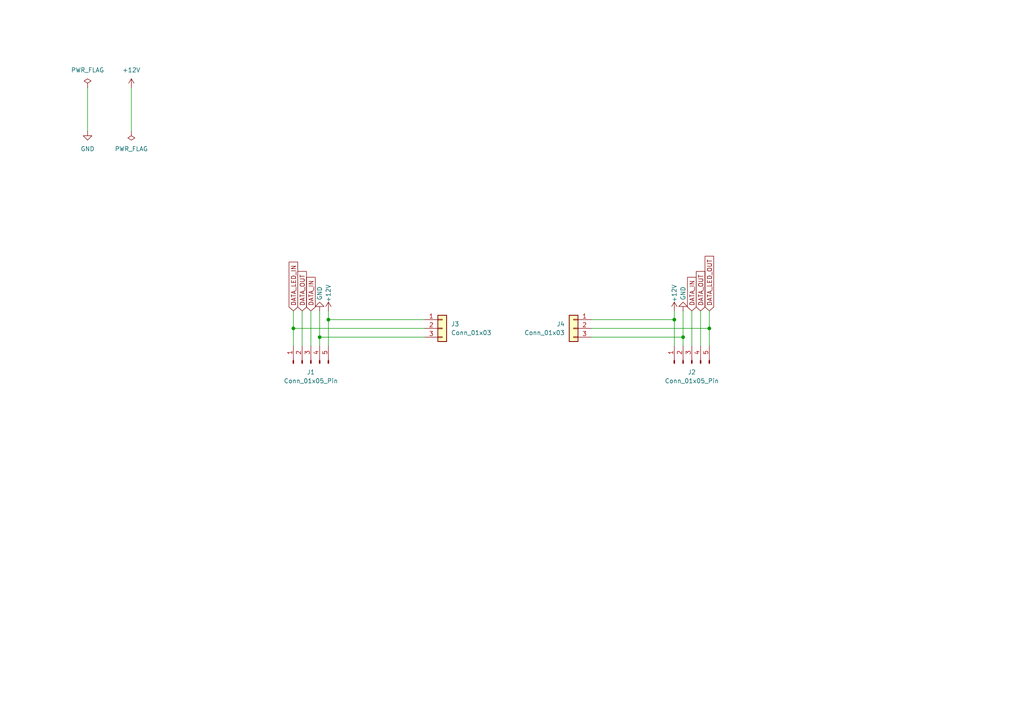
<source format=kicad_sch>
(kicad_sch
	(version 20231120)
	(generator "eeschema")
	(generator_version "8.0")
	(uuid "bf5e9ef8-28a2-485c-9308-12511ff73f35")
	(paper "A4")
	(lib_symbols
		(symbol "Connector:Conn_01x05_Pin"
			(pin_names
				(offset 1.016) hide)
			(exclude_from_sim no)
			(in_bom yes)
			(on_board yes)
			(property "Reference" "J"
				(at 0 7.62 0)
				(effects
					(font
						(size 1.27 1.27)
					)
				)
			)
			(property "Value" "Conn_01x05_Pin"
				(at 0 -7.62 0)
				(effects
					(font
						(size 1.27 1.27)
					)
				)
			)
			(property "Footprint" ""
				(at 0 0 0)
				(effects
					(font
						(size 1.27 1.27)
					)
					(hide yes)
				)
			)
			(property "Datasheet" "~"
				(at 0 0 0)
				(effects
					(font
						(size 1.27 1.27)
					)
					(hide yes)
				)
			)
			(property "Description" "Generic connector, single row, 01x05, script generated"
				(at 0 0 0)
				(effects
					(font
						(size 1.27 1.27)
					)
					(hide yes)
				)
			)
			(property "ki_locked" ""
				(at 0 0 0)
				(effects
					(font
						(size 1.27 1.27)
					)
				)
			)
			(property "ki_keywords" "connector"
				(at 0 0 0)
				(effects
					(font
						(size 1.27 1.27)
					)
					(hide yes)
				)
			)
			(property "ki_fp_filters" "Connector*:*_1x??_*"
				(at 0 0 0)
				(effects
					(font
						(size 1.27 1.27)
					)
					(hide yes)
				)
			)
			(symbol "Conn_01x05_Pin_1_1"
				(polyline
					(pts
						(xy 1.27 -5.08) (xy 0.8636 -5.08)
					)
					(stroke
						(width 0.1524)
						(type default)
					)
					(fill
						(type none)
					)
				)
				(polyline
					(pts
						(xy 1.27 -2.54) (xy 0.8636 -2.54)
					)
					(stroke
						(width 0.1524)
						(type default)
					)
					(fill
						(type none)
					)
				)
				(polyline
					(pts
						(xy 1.27 0) (xy 0.8636 0)
					)
					(stroke
						(width 0.1524)
						(type default)
					)
					(fill
						(type none)
					)
				)
				(polyline
					(pts
						(xy 1.27 2.54) (xy 0.8636 2.54)
					)
					(stroke
						(width 0.1524)
						(type default)
					)
					(fill
						(type none)
					)
				)
				(polyline
					(pts
						(xy 1.27 5.08) (xy 0.8636 5.08)
					)
					(stroke
						(width 0.1524)
						(type default)
					)
					(fill
						(type none)
					)
				)
				(rectangle
					(start 0.8636 -4.953)
					(end 0 -5.207)
					(stroke
						(width 0.1524)
						(type default)
					)
					(fill
						(type outline)
					)
				)
				(rectangle
					(start 0.8636 -2.413)
					(end 0 -2.667)
					(stroke
						(width 0.1524)
						(type default)
					)
					(fill
						(type outline)
					)
				)
				(rectangle
					(start 0.8636 0.127)
					(end 0 -0.127)
					(stroke
						(width 0.1524)
						(type default)
					)
					(fill
						(type outline)
					)
				)
				(rectangle
					(start 0.8636 2.667)
					(end 0 2.413)
					(stroke
						(width 0.1524)
						(type default)
					)
					(fill
						(type outline)
					)
				)
				(rectangle
					(start 0.8636 5.207)
					(end 0 4.953)
					(stroke
						(width 0.1524)
						(type default)
					)
					(fill
						(type outline)
					)
				)
				(pin passive line
					(at 5.08 5.08 180)
					(length 3.81)
					(name "Pin_1"
						(effects
							(font
								(size 1.27 1.27)
							)
						)
					)
					(number "1"
						(effects
							(font
								(size 1.27 1.27)
							)
						)
					)
				)
				(pin passive line
					(at 5.08 2.54 180)
					(length 3.81)
					(name "Pin_2"
						(effects
							(font
								(size 1.27 1.27)
							)
						)
					)
					(number "2"
						(effects
							(font
								(size 1.27 1.27)
							)
						)
					)
				)
				(pin passive line
					(at 5.08 0 180)
					(length 3.81)
					(name "Pin_3"
						(effects
							(font
								(size 1.27 1.27)
							)
						)
					)
					(number "3"
						(effects
							(font
								(size 1.27 1.27)
							)
						)
					)
				)
				(pin passive line
					(at 5.08 -2.54 180)
					(length 3.81)
					(name "Pin_4"
						(effects
							(font
								(size 1.27 1.27)
							)
						)
					)
					(number "4"
						(effects
							(font
								(size 1.27 1.27)
							)
						)
					)
				)
				(pin passive line
					(at 5.08 -5.08 180)
					(length 3.81)
					(name "Pin_5"
						(effects
							(font
								(size 1.27 1.27)
							)
						)
					)
					(number "5"
						(effects
							(font
								(size 1.27 1.27)
							)
						)
					)
				)
			)
		)
		(symbol "Connector_Generic:Conn_01x03"
			(pin_names
				(offset 1.016) hide)
			(exclude_from_sim no)
			(in_bom yes)
			(on_board yes)
			(property "Reference" "J"
				(at 0 5.08 0)
				(effects
					(font
						(size 1.27 1.27)
					)
				)
			)
			(property "Value" "Conn_01x03"
				(at 0 -5.08 0)
				(effects
					(font
						(size 1.27 1.27)
					)
				)
			)
			(property "Footprint" ""
				(at 0 0 0)
				(effects
					(font
						(size 1.27 1.27)
					)
					(hide yes)
				)
			)
			(property "Datasheet" "~"
				(at 0 0 0)
				(effects
					(font
						(size 1.27 1.27)
					)
					(hide yes)
				)
			)
			(property "Description" "Generic connector, single row, 01x03, script generated (kicad-library-utils/schlib/autogen/connector/)"
				(at 0 0 0)
				(effects
					(font
						(size 1.27 1.27)
					)
					(hide yes)
				)
			)
			(property "ki_keywords" "connector"
				(at 0 0 0)
				(effects
					(font
						(size 1.27 1.27)
					)
					(hide yes)
				)
			)
			(property "ki_fp_filters" "Connector*:*_1x??_*"
				(at 0 0 0)
				(effects
					(font
						(size 1.27 1.27)
					)
					(hide yes)
				)
			)
			(symbol "Conn_01x03_1_1"
				(rectangle
					(start -1.27 -2.413)
					(end 0 -2.667)
					(stroke
						(width 0.1524)
						(type default)
					)
					(fill
						(type none)
					)
				)
				(rectangle
					(start -1.27 0.127)
					(end 0 -0.127)
					(stroke
						(width 0.1524)
						(type default)
					)
					(fill
						(type none)
					)
				)
				(rectangle
					(start -1.27 2.667)
					(end 0 2.413)
					(stroke
						(width 0.1524)
						(type default)
					)
					(fill
						(type none)
					)
				)
				(rectangle
					(start -1.27 3.81)
					(end 1.27 -3.81)
					(stroke
						(width 0.254)
						(type default)
					)
					(fill
						(type background)
					)
				)
				(pin passive line
					(at -5.08 2.54 0)
					(length 3.81)
					(name "Pin_1"
						(effects
							(font
								(size 1.27 1.27)
							)
						)
					)
					(number "1"
						(effects
							(font
								(size 1.27 1.27)
							)
						)
					)
				)
				(pin passive line
					(at -5.08 0 0)
					(length 3.81)
					(name "Pin_2"
						(effects
							(font
								(size 1.27 1.27)
							)
						)
					)
					(number "2"
						(effects
							(font
								(size 1.27 1.27)
							)
						)
					)
				)
				(pin passive line
					(at -5.08 -2.54 0)
					(length 3.81)
					(name "Pin_3"
						(effects
							(font
								(size 1.27 1.27)
							)
						)
					)
					(number "3"
						(effects
							(font
								(size 1.27 1.27)
							)
						)
					)
				)
			)
		)
		(symbol "power:+12V"
			(power)
			(pin_numbers hide)
			(pin_names
				(offset 0) hide)
			(exclude_from_sim no)
			(in_bom yes)
			(on_board yes)
			(property "Reference" "#PWR"
				(at 0 -3.81 0)
				(effects
					(font
						(size 1.27 1.27)
					)
					(hide yes)
				)
			)
			(property "Value" "+12V"
				(at 0 3.556 0)
				(effects
					(font
						(size 1.27 1.27)
					)
				)
			)
			(property "Footprint" ""
				(at 0 0 0)
				(effects
					(font
						(size 1.27 1.27)
					)
					(hide yes)
				)
			)
			(property "Datasheet" ""
				(at 0 0 0)
				(effects
					(font
						(size 1.27 1.27)
					)
					(hide yes)
				)
			)
			(property "Description" "Power symbol creates a global label with name \"+12V\""
				(at 0 0 0)
				(effects
					(font
						(size 1.27 1.27)
					)
					(hide yes)
				)
			)
			(property "ki_keywords" "global power"
				(at 0 0 0)
				(effects
					(font
						(size 1.27 1.27)
					)
					(hide yes)
				)
			)
			(symbol "+12V_0_1"
				(polyline
					(pts
						(xy -0.762 1.27) (xy 0 2.54)
					)
					(stroke
						(width 0)
						(type default)
					)
					(fill
						(type none)
					)
				)
				(polyline
					(pts
						(xy 0 0) (xy 0 2.54)
					)
					(stroke
						(width 0)
						(type default)
					)
					(fill
						(type none)
					)
				)
				(polyline
					(pts
						(xy 0 2.54) (xy 0.762 1.27)
					)
					(stroke
						(width 0)
						(type default)
					)
					(fill
						(type none)
					)
				)
			)
			(symbol "+12V_1_1"
				(pin power_in line
					(at 0 0 90)
					(length 0)
					(name "~"
						(effects
							(font
								(size 1.27 1.27)
							)
						)
					)
					(number "1"
						(effects
							(font
								(size 1.27 1.27)
							)
						)
					)
				)
			)
		)
		(symbol "power:GND"
			(power)
			(pin_numbers hide)
			(pin_names
				(offset 0) hide)
			(exclude_from_sim no)
			(in_bom yes)
			(on_board yes)
			(property "Reference" "#PWR"
				(at 0 -6.35 0)
				(effects
					(font
						(size 1.27 1.27)
					)
					(hide yes)
				)
			)
			(property "Value" "GND"
				(at 0 -3.81 0)
				(effects
					(font
						(size 1.27 1.27)
					)
				)
			)
			(property "Footprint" ""
				(at 0 0 0)
				(effects
					(font
						(size 1.27 1.27)
					)
					(hide yes)
				)
			)
			(property "Datasheet" ""
				(at 0 0 0)
				(effects
					(font
						(size 1.27 1.27)
					)
					(hide yes)
				)
			)
			(property "Description" "Power symbol creates a global label with name \"GND\" , ground"
				(at 0 0 0)
				(effects
					(font
						(size 1.27 1.27)
					)
					(hide yes)
				)
			)
			(property "ki_keywords" "global power"
				(at 0 0 0)
				(effects
					(font
						(size 1.27 1.27)
					)
					(hide yes)
				)
			)
			(symbol "GND_0_1"
				(polyline
					(pts
						(xy 0 0) (xy 0 -1.27) (xy 1.27 -1.27) (xy 0 -2.54) (xy -1.27 -1.27) (xy 0 -1.27)
					)
					(stroke
						(width 0)
						(type default)
					)
					(fill
						(type none)
					)
				)
			)
			(symbol "GND_1_1"
				(pin power_in line
					(at 0 0 270)
					(length 0)
					(name "~"
						(effects
							(font
								(size 1.27 1.27)
							)
						)
					)
					(number "1"
						(effects
							(font
								(size 1.27 1.27)
							)
						)
					)
				)
			)
		)
		(symbol "power:PWR_FLAG"
			(power)
			(pin_numbers hide)
			(pin_names
				(offset 0) hide)
			(exclude_from_sim no)
			(in_bom yes)
			(on_board yes)
			(property "Reference" "#FLG"
				(at 0 1.905 0)
				(effects
					(font
						(size 1.27 1.27)
					)
					(hide yes)
				)
			)
			(property "Value" "PWR_FLAG"
				(at 0 3.81 0)
				(effects
					(font
						(size 1.27 1.27)
					)
				)
			)
			(property "Footprint" ""
				(at 0 0 0)
				(effects
					(font
						(size 1.27 1.27)
					)
					(hide yes)
				)
			)
			(property "Datasheet" "~"
				(at 0 0 0)
				(effects
					(font
						(size 1.27 1.27)
					)
					(hide yes)
				)
			)
			(property "Description" "Special symbol for telling ERC where power comes from"
				(at 0 0 0)
				(effects
					(font
						(size 1.27 1.27)
					)
					(hide yes)
				)
			)
			(property "ki_keywords" "flag power"
				(at 0 0 0)
				(effects
					(font
						(size 1.27 1.27)
					)
					(hide yes)
				)
			)
			(symbol "PWR_FLAG_0_0"
				(pin power_out line
					(at 0 0 90)
					(length 0)
					(name "~"
						(effects
							(font
								(size 1.27 1.27)
							)
						)
					)
					(number "1"
						(effects
							(font
								(size 1.27 1.27)
							)
						)
					)
				)
			)
			(symbol "PWR_FLAG_0_1"
				(polyline
					(pts
						(xy 0 0) (xy 0 1.27) (xy -1.016 1.905) (xy 0 2.54) (xy 1.016 1.905) (xy 0 1.27)
					)
					(stroke
						(width 0)
						(type default)
					)
					(fill
						(type none)
					)
				)
			)
		)
	)
	(junction
		(at 198.12 97.79)
		(diameter 0)
		(color 0 0 0 0)
		(uuid "0e35826b-c86a-4589-82af-1a3a8cfaba5c")
	)
	(junction
		(at 205.74 95.25)
		(diameter 0)
		(color 0 0 0 0)
		(uuid "33db7107-a11b-4927-b5e3-ec6517264cc3")
	)
	(junction
		(at 85.09 95.25)
		(diameter 0)
		(color 0 0 0 0)
		(uuid "3ca1420a-e701-4b32-97fd-055dc52a011a")
	)
	(junction
		(at 95.25 92.71)
		(diameter 0)
		(color 0 0 0 0)
		(uuid "781794ec-72da-4a57-b133-5e631a9b6b46")
	)
	(junction
		(at 195.58 92.71)
		(diameter 0)
		(color 0 0 0 0)
		(uuid "86a0b8ec-b870-4068-a0bd-b9a57578e35f")
	)
	(junction
		(at 92.71 97.79)
		(diameter 0)
		(color 0 0 0 0)
		(uuid "c1ef6333-8260-4cc0-a2a3-2d1b66cc4af4")
	)
	(wire
		(pts
			(xy 195.58 92.71) (xy 195.58 100.33)
		)
		(stroke
			(width 0)
			(type default)
		)
		(uuid "06994021-5978-4f07-b6f4-a646ccc06a11")
	)
	(wire
		(pts
			(xy 85.09 95.25) (xy 123.19 95.25)
		)
		(stroke
			(width 0)
			(type default)
		)
		(uuid "17f9e64f-6bc2-4b81-87bb-7351ba596e24")
	)
	(wire
		(pts
			(xy 87.63 90.17) (xy 87.63 100.33)
		)
		(stroke
			(width 0)
			(type default)
		)
		(uuid "21f4b54f-1bca-4844-a578-125408f8ea52")
	)
	(wire
		(pts
			(xy 38.1 25.4) (xy 38.1 38.1)
		)
		(stroke
			(width 0)
			(type default)
		)
		(uuid "2f0998eb-e6d5-46b9-aa11-8ee149e24e0c")
	)
	(wire
		(pts
			(xy 205.74 95.25) (xy 205.74 100.33)
		)
		(stroke
			(width 0)
			(type default)
		)
		(uuid "3cc03850-a231-4a4d-99f4-ba6214a5f4a5")
	)
	(wire
		(pts
			(xy 200.66 90.17) (xy 200.66 100.33)
		)
		(stroke
			(width 0)
			(type default)
		)
		(uuid "3f3f7170-03cc-4a82-a52a-ab9138bcd19e")
	)
	(wire
		(pts
			(xy 203.2 90.17) (xy 203.2 100.33)
		)
		(stroke
			(width 0)
			(type default)
		)
		(uuid "5391d8f1-0b40-4556-b8cd-ac7d7a8abd5b")
	)
	(wire
		(pts
			(xy 95.25 90.17) (xy 95.25 92.71)
		)
		(stroke
			(width 0)
			(type default)
		)
		(uuid "6b01a2dd-ee18-4dea-84d1-28d9235da524")
	)
	(wire
		(pts
			(xy 198.12 97.79) (xy 198.12 100.33)
		)
		(stroke
			(width 0)
			(type default)
		)
		(uuid "6f0378a9-9b42-491f-ac4d-75f39e51b99c")
	)
	(wire
		(pts
			(xy 92.71 90.17) (xy 92.71 97.79)
		)
		(stroke
			(width 0)
			(type default)
		)
		(uuid "6f6ee8e9-9f0c-4de7-a3cc-0caf60db0bbb")
	)
	(wire
		(pts
			(xy 90.17 90.17) (xy 90.17 100.33)
		)
		(stroke
			(width 0)
			(type default)
		)
		(uuid "78a1317c-88bc-4fd2-a674-8e25ceedd11a")
	)
	(wire
		(pts
			(xy 198.12 90.17) (xy 198.12 97.79)
		)
		(stroke
			(width 0)
			(type default)
		)
		(uuid "7cb06c12-6b54-47c3-b5e2-8dd64dbd9936")
	)
	(wire
		(pts
			(xy 85.09 90.17) (xy 85.09 95.25)
		)
		(stroke
			(width 0)
			(type default)
		)
		(uuid "7f3bec33-f397-4905-bdf8-4b0e785050b7")
	)
	(wire
		(pts
			(xy 171.45 97.79) (xy 198.12 97.79)
		)
		(stroke
			(width 0)
			(type default)
		)
		(uuid "88a65828-cae1-4501-acf7-570f433241df")
	)
	(wire
		(pts
			(xy 171.45 95.25) (xy 205.74 95.25)
		)
		(stroke
			(width 0)
			(type default)
		)
		(uuid "abb78b97-8e70-4921-8aeb-e79c6111dff9")
	)
	(wire
		(pts
			(xy 95.25 92.71) (xy 95.25 100.33)
		)
		(stroke
			(width 0)
			(type default)
		)
		(uuid "be2629ff-7c30-41dc-9c0a-6728213af8e1")
	)
	(wire
		(pts
			(xy 85.09 95.25) (xy 85.09 100.33)
		)
		(stroke
			(width 0)
			(type default)
		)
		(uuid "cd94d2df-8f88-42ec-9033-3077c22dd1c0")
	)
	(wire
		(pts
			(xy 171.45 92.71) (xy 195.58 92.71)
		)
		(stroke
			(width 0)
			(type default)
		)
		(uuid "cfb97e65-015e-4b0d-a87b-21d229ce8848")
	)
	(wire
		(pts
			(xy 205.74 90.17) (xy 205.74 95.25)
		)
		(stroke
			(width 0)
			(type default)
		)
		(uuid "ec923dc5-5533-47a6-8cb8-ebeb53772b01")
	)
	(wire
		(pts
			(xy 25.4 25.4) (xy 25.4 38.1)
		)
		(stroke
			(width 0)
			(type default)
		)
		(uuid "f125164a-a49d-4387-aac9-d11adcb5c207")
	)
	(wire
		(pts
			(xy 195.58 90.17) (xy 195.58 92.71)
		)
		(stroke
			(width 0)
			(type default)
		)
		(uuid "f34a2b8f-f989-4ac7-8f98-3c09c8381bb6")
	)
	(wire
		(pts
			(xy 92.71 97.79) (xy 92.71 100.33)
		)
		(stroke
			(width 0)
			(type default)
		)
		(uuid "f5c7d07c-f57e-4d45-adfd-67a6658df6a6")
	)
	(wire
		(pts
			(xy 92.71 97.79) (xy 123.19 97.79)
		)
		(stroke
			(width 0)
			(type default)
		)
		(uuid "f8b57693-306b-4a0d-a360-ca5d84ba31e5")
	)
	(wire
		(pts
			(xy 95.25 92.71) (xy 123.19 92.71)
		)
		(stroke
			(width 0)
			(type default)
		)
		(uuid "fa2df0d4-744f-46f8-ae91-3762720926d8")
	)
	(global_label "DATA_OUT"
		(shape input)
		(at 87.63 90.17 90)
		(fields_autoplaced yes)
		(effects
			(font
				(size 1.27 1.27)
			)
			(justify left)
		)
		(uuid "43a25ef5-0d3a-4ffb-8cfe-25de7b26d325")
		(property "Intersheetrefs" "${INTERSHEET_REFS}"
			(at 87.63 78.1738 90)
			(effects
				(font
					(size 1.27 1.27)
				)
				(justify left)
				(hide yes)
			)
		)
	)
	(global_label "DATA_IN"
		(shape input)
		(at 90.17 90.17 90)
		(fields_autoplaced yes)
		(effects
			(font
				(size 1.27 1.27)
			)
			(justify left)
		)
		(uuid "8f2e49d6-b4b0-4a7d-a378-2928afb59489")
		(property "Intersheetrefs" "${INTERSHEET_REFS}"
			(at 90.17 79.8671 90)
			(effects
				(font
					(size 1.27 1.27)
				)
				(justify left)
				(hide yes)
			)
		)
	)
	(global_label "DATA_OUT"
		(shape input)
		(at 203.2 90.17 90)
		(fields_autoplaced yes)
		(effects
			(font
				(size 1.27 1.27)
			)
			(justify left)
		)
		(uuid "abd9abad-addd-40e7-8298-a9d031786a02")
		(property "Intersheetrefs" "${INTERSHEET_REFS}"
			(at 203.2 78.1738 90)
			(effects
				(font
					(size 1.27 1.27)
				)
				(justify left)
				(hide yes)
			)
		)
	)
	(global_label "DATA_IN"
		(shape input)
		(at 200.66 90.17 90)
		(fields_autoplaced yes)
		(effects
			(font
				(size 1.27 1.27)
			)
			(justify left)
		)
		(uuid "b936bfca-a63f-4418-aa0f-9e9cc3f2fefe")
		(property "Intersheetrefs" "${INTERSHEET_REFS}"
			(at 200.66 79.8671 90)
			(effects
				(font
					(size 1.27 1.27)
				)
				(justify left)
				(hide yes)
			)
		)
	)
	(global_label "DATA_LED_IN"
		(shape input)
		(at 85.09 90.17 90)
		(fields_autoplaced yes)
		(effects
			(font
				(size 1.27 1.27)
			)
			(justify left)
		)
		(uuid "e82b63e9-ad5d-4a3b-9517-f03beb8553ed")
		(property "Intersheetrefs" "${INTERSHEET_REFS}"
			(at 85.09 75.4524 90)
			(effects
				(font
					(size 1.27 1.27)
				)
				(justify left)
				(hide yes)
			)
		)
	)
	(global_label "DATA_LED_OUT"
		(shape input)
		(at 205.74 90.17 90)
		(fields_autoplaced yes)
		(effects
			(font
				(size 1.27 1.27)
			)
			(justify left)
		)
		(uuid "f83cd394-83e1-4849-8883-5100208afdad")
		(property "Intersheetrefs" "${INTERSHEET_REFS}"
			(at 205.74 73.7591 90)
			(effects
				(font
					(size 1.27 1.27)
				)
				(justify left)
				(hide yes)
			)
		)
	)
	(symbol
		(lib_id "power:PWR_FLAG")
		(at 25.4 25.4 0)
		(unit 1)
		(exclude_from_sim no)
		(in_bom yes)
		(on_board yes)
		(dnp no)
		(fields_autoplaced yes)
		(uuid "08f05f12-955f-4d1f-9221-37ee66d5282f")
		(property "Reference" "#FLG01"
			(at 25.4 23.495 0)
			(effects
				(font
					(size 1.27 1.27)
				)
				(hide yes)
			)
		)
		(property "Value" "PWR_FLAG"
			(at 25.4 20.32 0)
			(effects
				(font
					(size 1.27 1.27)
				)
			)
		)
		(property "Footprint" ""
			(at 25.4 25.4 0)
			(effects
				(font
					(size 1.27 1.27)
				)
				(hide yes)
			)
		)
		(property "Datasheet" "~"
			(at 25.4 25.4 0)
			(effects
				(font
					(size 1.27 1.27)
				)
				(hide yes)
			)
		)
		(property "Description" "Special symbol for telling ERC where power comes from"
			(at 25.4 25.4 0)
			(effects
				(font
					(size 1.27 1.27)
				)
				(hide yes)
			)
		)
		(pin "1"
			(uuid "be0d3434-6948-4248-9c5d-37adbecbac9e")
		)
		(instances
			(project ""
				(path "/bf5e9ef8-28a2-485c-9308-12511ff73f35"
					(reference "#FLG01")
					(unit 1)
				)
			)
		)
	)
	(symbol
		(lib_id "power:GND")
		(at 25.4 38.1 0)
		(unit 1)
		(exclude_from_sim no)
		(in_bom yes)
		(on_board yes)
		(dnp no)
		(fields_autoplaced yes)
		(uuid "3ca5d64e-6c9c-444d-81db-73ee840dab2a")
		(property "Reference" "#PWR01"
			(at 25.4 44.45 0)
			(effects
				(font
					(size 1.27 1.27)
				)
				(hide yes)
			)
		)
		(property "Value" "GND"
			(at 25.4 43.18 0)
			(effects
				(font
					(size 1.27 1.27)
				)
			)
		)
		(property "Footprint" ""
			(at 25.4 38.1 0)
			(effects
				(font
					(size 1.27 1.27)
				)
				(hide yes)
			)
		)
		(property "Datasheet" ""
			(at 25.4 38.1 0)
			(effects
				(font
					(size 1.27 1.27)
				)
				(hide yes)
			)
		)
		(property "Description" "Power symbol creates a global label with name \"GND\" , ground"
			(at 25.4 38.1 0)
			(effects
				(font
					(size 1.27 1.27)
				)
				(hide yes)
			)
		)
		(pin "1"
			(uuid "1293663c-ea68-482e-b959-21503f0a905a")
		)
		(instances
			(project ""
				(path "/bf5e9ef8-28a2-485c-9308-12511ff73f35"
					(reference "#PWR01")
					(unit 1)
				)
			)
		)
	)
	(symbol
		(lib_id "Connector:Conn_01x05_Pin")
		(at 90.17 105.41 90)
		(unit 1)
		(exclude_from_sim no)
		(in_bom yes)
		(on_board yes)
		(dnp no)
		(fields_autoplaced yes)
		(uuid "425e2f65-5bf0-40a8-9660-2ad30bae75c3")
		(property "Reference" "J1"
			(at 90.17 107.95 90)
			(effects
				(font
					(size 1.27 1.27)
				)
			)
		)
		(property "Value" "Conn_01x05_Pin"
			(at 90.17 110.49 90)
			(effects
				(font
					(size 1.27 1.27)
				)
			)
		)
		(property "Footprint" "Connector_PinSocket_2.54mm:PinSocket_1x05_P2.54mm_Vertical"
			(at 90.17 105.41 0)
			(effects
				(font
					(size 1.27 1.27)
				)
				(hide yes)
			)
		)
		(property "Datasheet" "~"
			(at 90.17 105.41 0)
			(effects
				(font
					(size 1.27 1.27)
				)
				(hide yes)
			)
		)
		(property "Description" "Generic connector, single row, 01x05, script generated"
			(at 90.17 105.41 0)
			(effects
				(font
					(size 1.27 1.27)
				)
				(hide yes)
			)
		)
		(pin "3"
			(uuid "18b2c624-12f5-4991-bfef-eb3c303ca98e")
		)
		(pin "5"
			(uuid "2d08de47-d12e-44a7-afb3-5be9a7853a31")
		)
		(pin "4"
			(uuid "dafd510d-e7ea-4eb8-9b3a-ee655dae9ecf")
		)
		(pin "2"
			(uuid "52c0eaa1-195e-4c12-8b6e-6467a45e3a6d")
		)
		(pin "1"
			(uuid "efeebcde-0707-498b-aa4c-d468b360c955")
		)
		(instances
			(project ""
				(path "/bf5e9ef8-28a2-485c-9308-12511ff73f35"
					(reference "J1")
					(unit 1)
				)
			)
		)
	)
	(symbol
		(lib_id "power:+12V")
		(at 38.1 25.4 0)
		(unit 1)
		(exclude_from_sim no)
		(in_bom yes)
		(on_board yes)
		(dnp no)
		(fields_autoplaced yes)
		(uuid "4812a4b9-3942-49bc-ab5c-ffaeeacf1d01")
		(property "Reference" "#PWR02"
			(at 38.1 29.21 0)
			(effects
				(font
					(size 1.27 1.27)
				)
				(hide yes)
			)
		)
		(property "Value" "+12V"
			(at 38.1 20.32 0)
			(effects
				(font
					(size 1.27 1.27)
				)
			)
		)
		(property "Footprint" ""
			(at 38.1 25.4 0)
			(effects
				(font
					(size 1.27 1.27)
				)
				(hide yes)
			)
		)
		(property "Datasheet" ""
			(at 38.1 25.4 0)
			(effects
				(font
					(size 1.27 1.27)
				)
				(hide yes)
			)
		)
		(property "Description" "Power symbol creates a global label with name \"+12V\""
			(at 38.1 25.4 0)
			(effects
				(font
					(size 1.27 1.27)
				)
				(hide yes)
			)
		)
		(pin "1"
			(uuid "537cf11a-2dd4-46eb-98a4-969a7ac122f3")
		)
		(instances
			(project ""
				(path "/bf5e9ef8-28a2-485c-9308-12511ff73f35"
					(reference "#PWR02")
					(unit 1)
				)
			)
		)
	)
	(symbol
		(lib_id "Connector_Generic:Conn_01x03")
		(at 128.27 95.25 0)
		(unit 1)
		(exclude_from_sim no)
		(in_bom yes)
		(on_board yes)
		(dnp no)
		(fields_autoplaced yes)
		(uuid "483c2086-93b2-4e78-8419-36138272c9fd")
		(property "Reference" "J3"
			(at 130.81 93.9799 0)
			(effects
				(font
					(size 1.27 1.27)
				)
				(justify left)
			)
		)
		(property "Value" "Conn_01x03"
			(at 130.81 96.5199 0)
			(effects
				(font
					(size 1.27 1.27)
				)
				(justify left)
			)
		)
		(property "Footprint" "User_Footprints:FCOB RGB LED Strip links"
			(at 128.27 95.25 0)
			(effects
				(font
					(size 1.27 1.27)
				)
				(hide yes)
			)
		)
		(property "Datasheet" "~"
			(at 128.27 95.25 0)
			(effects
				(font
					(size 1.27 1.27)
				)
				(hide yes)
			)
		)
		(property "Description" "Generic connector, single row, 01x03, script generated (kicad-library-utils/schlib/autogen/connector/)"
			(at 128.27 95.25 0)
			(effects
				(font
					(size 1.27 1.27)
				)
				(hide yes)
			)
		)
		(pin "2"
			(uuid "80acd589-5237-4517-86b6-df35ea108497")
		)
		(pin "3"
			(uuid "8f7e3c08-8ed7-41f5-91e1-5919dc8194ea")
		)
		(pin "1"
			(uuid "402d7eaa-9641-4379-9821-8904b7439000")
		)
		(instances
			(project ""
				(path "/bf5e9ef8-28a2-485c-9308-12511ff73f35"
					(reference "J3")
					(unit 1)
				)
			)
		)
	)
	(symbol
		(lib_id "power:GND")
		(at 198.12 90.17 0)
		(mirror x)
		(unit 1)
		(exclude_from_sim no)
		(in_bom yes)
		(on_board yes)
		(dnp no)
		(uuid "7a40090b-29e1-491a-999c-59b04d028a00")
		(property "Reference" "#PWR05"
			(at 198.12 83.82 0)
			(effects
				(font
					(size 1.27 1.27)
				)
				(hide yes)
			)
		)
		(property "Value" "GND"
			(at 198.12 85.09 90)
			(effects
				(font
					(size 1.27 1.27)
				)
			)
		)
		(property "Footprint" ""
			(at 198.12 90.17 0)
			(effects
				(font
					(size 1.27 1.27)
				)
				(hide yes)
			)
		)
		(property "Datasheet" ""
			(at 198.12 90.17 0)
			(effects
				(font
					(size 1.27 1.27)
				)
				(hide yes)
			)
		)
		(property "Description" "Power symbol creates a global label with name \"GND\" , ground"
			(at 198.12 90.17 0)
			(effects
				(font
					(size 1.27 1.27)
				)
				(hide yes)
			)
		)
		(pin "1"
			(uuid "b1ef0edf-7be2-46c9-9e35-39fd653f796f")
		)
		(instances
			(project "Seite"
				(path "/bf5e9ef8-28a2-485c-9308-12511ff73f35"
					(reference "#PWR05")
					(unit 1)
				)
			)
		)
	)
	(symbol
		(lib_id "power:GND")
		(at 92.71 90.17 180)
		(unit 1)
		(exclude_from_sim no)
		(in_bom yes)
		(on_board yes)
		(dnp no)
		(uuid "b7c359e8-782b-43b9-a074-588f78d67292")
		(property "Reference" "#PWR04"
			(at 92.71 83.82 0)
			(effects
				(font
					(size 1.27 1.27)
				)
				(hide yes)
			)
		)
		(property "Value" "GND"
			(at 92.71 85.09 90)
			(effects
				(font
					(size 1.27 1.27)
				)
			)
		)
		(property "Footprint" ""
			(at 92.71 90.17 0)
			(effects
				(font
					(size 1.27 1.27)
				)
				(hide yes)
			)
		)
		(property "Datasheet" ""
			(at 92.71 90.17 0)
			(effects
				(font
					(size 1.27 1.27)
				)
				(hide yes)
			)
		)
		(property "Description" "Power symbol creates a global label with name \"GND\" , ground"
			(at 92.71 90.17 0)
			(effects
				(font
					(size 1.27 1.27)
				)
				(hide yes)
			)
		)
		(pin "1"
			(uuid "df94e92e-7009-46b2-aac4-757442c44198")
		)
		(instances
			(project "Seite"
				(path "/bf5e9ef8-28a2-485c-9308-12511ff73f35"
					(reference "#PWR04")
					(unit 1)
				)
			)
		)
	)
	(symbol
		(lib_id "power:PWR_FLAG")
		(at 38.1 38.1 180)
		(unit 1)
		(exclude_from_sim no)
		(in_bom yes)
		(on_board yes)
		(dnp no)
		(fields_autoplaced yes)
		(uuid "bc6446bf-0046-41ff-9ced-42e16647cf82")
		(property "Reference" "#FLG02"
			(at 38.1 40.005 0)
			(effects
				(font
					(size 1.27 1.27)
				)
				(hide yes)
			)
		)
		(property "Value" "PWR_FLAG"
			(at 38.1 43.18 0)
			(effects
				(font
					(size 1.27 1.27)
				)
			)
		)
		(property "Footprint" ""
			(at 38.1 38.1 0)
			(effects
				(font
					(size 1.27 1.27)
				)
				(hide yes)
			)
		)
		(property "Datasheet" "~"
			(at 38.1 38.1 0)
			(effects
				(font
					(size 1.27 1.27)
				)
				(hide yes)
			)
		)
		(property "Description" "Special symbol for telling ERC where power comes from"
			(at 38.1 38.1 0)
			(effects
				(font
					(size 1.27 1.27)
				)
				(hide yes)
			)
		)
		(pin "1"
			(uuid "8f6e5501-62eb-43b7-ac3c-4748b41df3e7")
		)
		(instances
			(project "Seite"
				(path "/bf5e9ef8-28a2-485c-9308-12511ff73f35"
					(reference "#FLG02")
					(unit 1)
				)
			)
		)
	)
	(symbol
		(lib_id "power:+12V")
		(at 95.25 90.17 0)
		(unit 1)
		(exclude_from_sim no)
		(in_bom yes)
		(on_board yes)
		(dnp no)
		(uuid "c498a0d4-5547-45fd-b315-75e824bee164")
		(property "Reference" "#PWR03"
			(at 95.25 93.98 0)
			(effects
				(font
					(size 1.27 1.27)
				)
				(hide yes)
			)
		)
		(property "Value" "+12V"
			(at 95.25 85.09 90)
			(effects
				(font
					(size 1.27 1.27)
				)
			)
		)
		(property "Footprint" ""
			(at 95.25 90.17 0)
			(effects
				(font
					(size 1.27 1.27)
				)
				(hide yes)
			)
		)
		(property "Datasheet" ""
			(at 95.25 90.17 0)
			(effects
				(font
					(size 1.27 1.27)
				)
				(hide yes)
			)
		)
		(property "Description" "Power symbol creates a global label with name \"+12V\""
			(at 95.25 90.17 0)
			(effects
				(font
					(size 1.27 1.27)
				)
				(hide yes)
			)
		)
		(pin "1"
			(uuid "3e154b67-475a-4264-802d-fee7691fbd3b")
		)
		(instances
			(project "Seite"
				(path "/bf5e9ef8-28a2-485c-9308-12511ff73f35"
					(reference "#PWR03")
					(unit 1)
				)
			)
		)
	)
	(symbol
		(lib_id "Connector:Conn_01x05_Pin")
		(at 200.66 105.41 90)
		(unit 1)
		(exclude_from_sim no)
		(in_bom yes)
		(on_board yes)
		(dnp no)
		(fields_autoplaced yes)
		(uuid "e0be1faf-94eb-4823-9d29-5db838bdf501")
		(property "Reference" "J2"
			(at 200.66 107.95 90)
			(effects
				(font
					(size 1.27 1.27)
				)
			)
		)
		(property "Value" "Conn_01x05_Pin"
			(at 200.66 110.49 90)
			(effects
				(font
					(size 1.27 1.27)
				)
			)
		)
		(property "Footprint" "Connector_PinSocket_2.54mm:PinSocket_1x05_P2.54mm_Vertical"
			(at 200.66 105.41 0)
			(effects
				(font
					(size 1.27 1.27)
				)
				(hide yes)
			)
		)
		(property "Datasheet" "~"
			(at 200.66 105.41 0)
			(effects
				(font
					(size 1.27 1.27)
				)
				(hide yes)
			)
		)
		(property "Description" "Generic connector, single row, 01x05, script generated"
			(at 200.66 105.41 0)
			(effects
				(font
					(size 1.27 1.27)
				)
				(hide yes)
			)
		)
		(pin "3"
			(uuid "abd61dc8-877b-4139-9e73-5d10acbd382f")
		)
		(pin "5"
			(uuid "a6ca375b-2a00-4327-bdb3-53e06d8714be")
		)
		(pin "4"
			(uuid "4f88a8cf-5ce8-4b3f-95cc-0d50df02ab9f")
		)
		(pin "2"
			(uuid "8c7c9d0b-8003-45bc-88f9-2d18e9b17281")
		)
		(pin "1"
			(uuid "80ce1369-8a99-412e-be1c-d80c07fdc571")
		)
		(instances
			(project "Seite"
				(path "/bf5e9ef8-28a2-485c-9308-12511ff73f35"
					(reference "J2")
					(unit 1)
				)
			)
		)
	)
	(symbol
		(lib_id "power:+12V")
		(at 195.58 90.17 0)
		(mirror y)
		(unit 1)
		(exclude_from_sim no)
		(in_bom yes)
		(on_board yes)
		(dnp no)
		(uuid "ea80d48c-90a2-4303-ad9e-ad80aed2932b")
		(property "Reference" "#PWR06"
			(at 195.58 93.98 0)
			(effects
				(font
					(size 1.27 1.27)
				)
				(hide yes)
			)
		)
		(property "Value" "+12V"
			(at 195.58 85.09 90)
			(effects
				(font
					(size 1.27 1.27)
				)
			)
		)
		(property "Footprint" ""
			(at 195.58 90.17 0)
			(effects
				(font
					(size 1.27 1.27)
				)
				(hide yes)
			)
		)
		(property "Datasheet" ""
			(at 195.58 90.17 0)
			(effects
				(font
					(size 1.27 1.27)
				)
				(hide yes)
			)
		)
		(property "Description" "Power symbol creates a global label with name \"+12V\""
			(at 195.58 90.17 0)
			(effects
				(font
					(size 1.27 1.27)
				)
				(hide yes)
			)
		)
		(pin "1"
			(uuid "3a884ebf-029b-4404-a606-4eaf4bb9895a")
		)
		(instances
			(project "Seite"
				(path "/bf5e9ef8-28a2-485c-9308-12511ff73f35"
					(reference "#PWR06")
					(unit 1)
				)
			)
		)
	)
	(symbol
		(lib_id "Connector_Generic:Conn_01x03")
		(at 166.37 95.25 0)
		(mirror y)
		(unit 1)
		(exclude_from_sim no)
		(in_bom yes)
		(on_board yes)
		(dnp no)
		(uuid "fe2849ae-a31d-4752-a3f4-b2507ae9b0b7")
		(property "Reference" "J4"
			(at 163.83 93.9799 0)
			(effects
				(font
					(size 1.27 1.27)
				)
				(justify left)
			)
		)
		(property "Value" "Conn_01x03"
			(at 163.83 96.5199 0)
			(effects
				(font
					(size 1.27 1.27)
				)
				(justify left)
			)
		)
		(property "Footprint" "User_Footprints:FCOB RGB LED Strip rechts"
			(at 166.37 95.25 0)
			(effects
				(font
					(size 1.27 1.27)
				)
				(hide yes)
			)
		)
		(property "Datasheet" "~"
			(at 166.37 95.25 0)
			(effects
				(font
					(size 1.27 1.27)
				)
				(hide yes)
			)
		)
		(property "Description" "Generic connector, single row, 01x03, script generated (kicad-library-utils/schlib/autogen/connector/)"
			(at 166.37 95.25 0)
			(effects
				(font
					(size 1.27 1.27)
				)
				(hide yes)
			)
		)
		(pin "2"
			(uuid "d3209928-c95b-4d1d-8dd4-e8cd284c31f1")
		)
		(pin "3"
			(uuid "113ead29-ce2b-4983-b439-0f5d867c0ce6")
		)
		(pin "1"
			(uuid "1753fbc8-e623-4864-ae2e-ccd3733c9e05")
		)
		(instances
			(project "Seite"
				(path "/bf5e9ef8-28a2-485c-9308-12511ff73f35"
					(reference "J4")
					(unit 1)
				)
			)
		)
	)
	(sheet_instances
		(path "/"
			(page "1")
		)
	)
)

</source>
